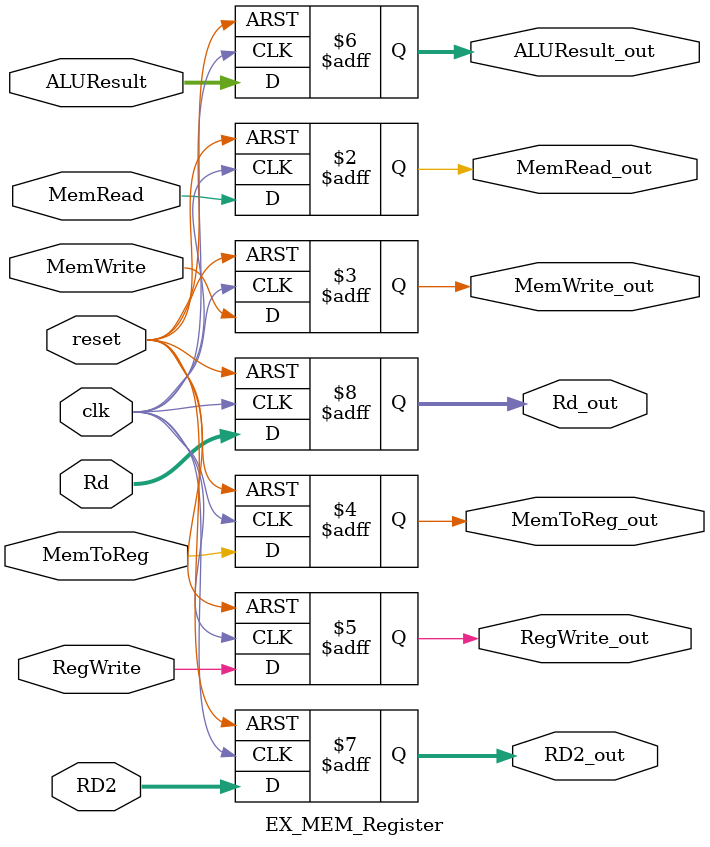
<source format=v>
module EX_MEM_Register (
    input wire clk, reset,
    input wire MemRead, MemWrite, MemToReg, RegWrite,
    input wire [31:0] ALUResult, RD2,
    input wire [4:0] Rd,

    output reg MemRead_out, MemWrite_out, MemToReg_out, RegWrite_out,
    output reg [31:0] ALUResult_out, RD2_out,
    output reg [4:0] Rd_out
);

    always @(posedge clk or posedge reset) begin
        if (reset) begin
            MemRead_out <= 0;
            MemWrite_out <= 0;
            MemToReg_out <= 0;
            RegWrite_out <= 0;
            ALUResult_out <= 32'b0;
            RD2_out <= 32'b0;
            Rd_out <= 5'b0;
        end else begin
            MemRead_out <= MemRead;
            MemWrite_out <= MemWrite;
            MemToReg_out <= MemToReg;
            RegWrite_out <= RegWrite;
            ALUResult_out <= ALUResult;
            RD2_out <= RD2;
            Rd_out <= Rd;
        end
    end

endmodule

</source>
